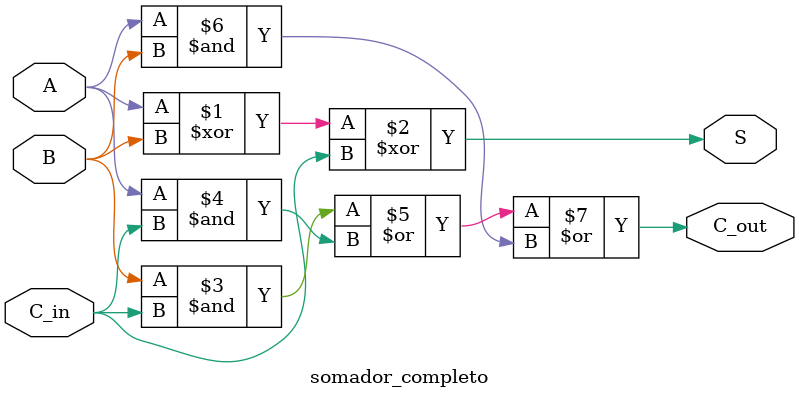
<source format=v>
module somador_completo(A, B, S, C_in, C_out);
    input A, B, C_in;
    output S, C_out;

    assign S = (A ^ B) ^ C_in;
    assign C_out = (B & C_in) | (A & C_in) | (A & B);
endmodule

</source>
